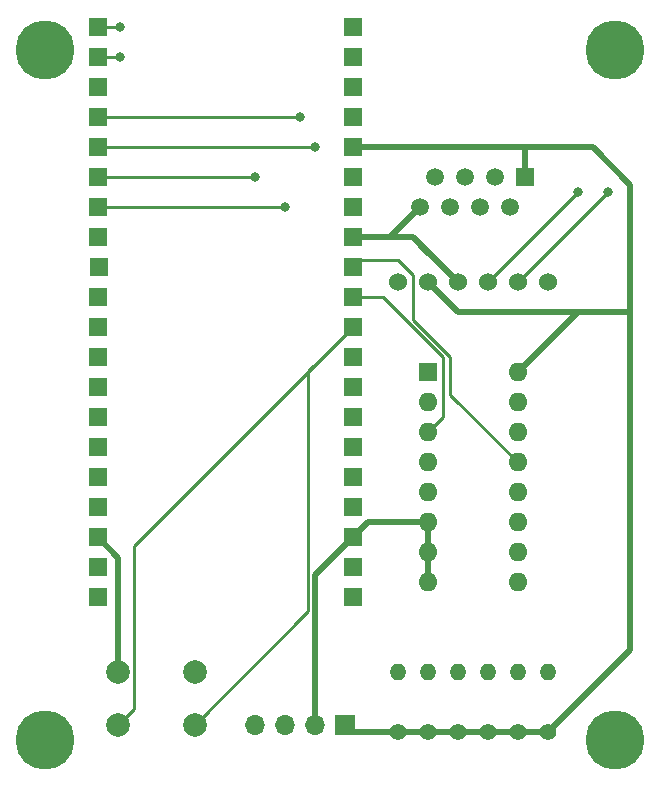
<source format=gbr>
%TF.GenerationSoftware,KiCad,Pcbnew,5.1.10-88a1d61d58~88~ubuntu18.04.1*%
%TF.CreationDate,2021-08-27T16:22:50+08:00*%
%TF.ProjectId,grip_strength,67726970-5f73-4747-9265-6e6774682e6b,rev?*%
%TF.SameCoordinates,Original*%
%TF.FileFunction,Copper,L1,Top*%
%TF.FilePolarity,Positive*%
%FSLAX46Y46*%
G04 Gerber Fmt 4.6, Leading zero omitted, Abs format (unit mm)*
G04 Created by KiCad (PCBNEW 5.1.10-88a1d61d58~88~ubuntu18.04.1) date 2021-08-27 16:22:50*
%MOMM*%
%LPD*%
G01*
G04 APERTURE LIST*
%TA.AperFunction,ComponentPad*%
%ADD10R,1.500000X1.500000*%
%TD*%
%TA.AperFunction,ComponentPad*%
%ADD11C,1.500000*%
%TD*%
%TA.AperFunction,SMDPad,CuDef*%
%ADD12R,1.524000X1.524000*%
%TD*%
%TA.AperFunction,ConnectorPad*%
%ADD13R,1.524000X1.524000*%
%TD*%
%TA.AperFunction,ComponentPad*%
%ADD14O,1.700000X1.700000*%
%TD*%
%TA.AperFunction,ComponentPad*%
%ADD15R,1.700000X1.700000*%
%TD*%
%TA.AperFunction,ComponentPad*%
%ADD16O,1.400000X1.400000*%
%TD*%
%TA.AperFunction,ComponentPad*%
%ADD17C,1.400000*%
%TD*%
%TA.AperFunction,ComponentPad*%
%ADD18C,1.524000*%
%TD*%
%TA.AperFunction,ComponentPad*%
%ADD19O,1.600000X1.600000*%
%TD*%
%TA.AperFunction,ComponentPad*%
%ADD20R,1.600000X1.600000*%
%TD*%
%TA.AperFunction,ComponentPad*%
%ADD21C,2.000000*%
%TD*%
%TA.AperFunction,ComponentPad*%
%ADD22C,5.000000*%
%TD*%
%TA.AperFunction,ViaPad*%
%ADD23C,0.800000*%
%TD*%
%TA.AperFunction,Conductor*%
%ADD24C,0.500000*%
%TD*%
%TA.AperFunction,Conductor*%
%ADD25C,0.250000*%
%TD*%
G04 APERTURE END LIST*
D10*
%TO.P,J1,1*%
%TO.N,VCC*%
X119380000Y-66675000D03*
D11*
%TO.P,J1,2*%
%TO.N,Net-(J1-Pad2)*%
X118110000Y-69215000D03*
%TO.P,J1,3*%
%TO.N,Net-(J1-Pad3)*%
X116840000Y-66675000D03*
%TO.P,J1,4*%
%TO.N,Net-(J1-Pad4)*%
X115570000Y-69215000D03*
%TO.P,J1,5*%
%TO.N,Net-(J1-Pad5)*%
X114300000Y-66675000D03*
%TO.P,J1,6*%
%TO.N,Net-(J1-Pad6)*%
X113030000Y-69215000D03*
%TO.P,J1,7*%
%TO.N,Net-(J1-Pad7)*%
X111760000Y-66675000D03*
%TO.P,J1,8*%
%TO.N,GNDREF*%
X110490000Y-69215000D03*
%TD*%
D12*
%TO.P,U1,40*%
%TO.N,Net-(U1-Pad40)*%
X104775000Y-53975000D03*
%TO.P,U1,39*%
%TO.N,Net-(U1-Pad39)*%
X104775000Y-56515000D03*
%TO.P,U1,38*%
%TO.N,GNDREF*%
X104775000Y-59055000D03*
%TO.P,U1,37*%
%TO.N,Net-(U1-Pad37)*%
X104775000Y-61595000D03*
%TO.P,U1,36*%
%TO.N,VCC*%
X104775000Y-64135000D03*
%TO.P,U1,35*%
%TO.N,Net-(U1-Pad35)*%
X104775000Y-66675000D03*
%TO.P,U1,34*%
%TO.N,Net-(U1-Pad34)*%
X104775000Y-69215000D03*
%TO.P,U1,33*%
%TO.N,GNDREF*%
X104775000Y-71755000D03*
%TO.P,U1,32*%
%TO.N,Net-(U1-Pad32)*%
X104775000Y-74295000D03*
%TO.P,U1,31*%
%TO.N,Net-(U1-Pad31)*%
X104775000Y-76835000D03*
D13*
%TO.P,U1,30*%
%TO.N,Net-(SW1-Pad1)*%
X104775000Y-79375000D03*
D12*
%TO.P,U1,29*%
%TO.N,Net-(U1-Pad29)*%
X104775000Y-81915000D03*
%TO.P,U1,28*%
%TO.N,GNDREF*%
X104775000Y-84455000D03*
%TO.P,U1,27*%
%TO.N,Net-(U1-Pad27)*%
X104775000Y-86995000D03*
%TO.P,U1,26*%
%TO.N,Net-(U1-Pad26)*%
X104775000Y-89535000D03*
%TO.P,U1,25*%
%TO.N,Net-(U1-Pad25)*%
X104775000Y-92075000D03*
%TO.P,U1,24*%
%TO.N,Net-(U1-Pad24)*%
X104775000Y-94615000D03*
%TO.P,U1,23*%
%TO.N,GNDREF*%
X104775000Y-97155000D03*
%TO.P,U1,22*%
%TO.N,Net-(U1-Pad22)*%
X104775000Y-99695000D03*
%TO.P,U1,21*%
%TO.N,Net-(U1-Pad21)*%
X104775000Y-102235000D03*
%TO.P,U1,20*%
%TO.N,Net-(U1-Pad20)*%
X83185000Y-102235000D03*
%TO.P,U1,19*%
%TO.N,Net-(U1-Pad19)*%
X83185000Y-99695000D03*
%TO.P,U1,18*%
%TO.N,GNDREF*%
X83185000Y-97155000D03*
%TO.P,U1,17*%
%TO.N,Net-(U1-Pad17)*%
X83185000Y-94615000D03*
%TO.P,U1,16*%
%TO.N,Net-(U1-Pad16)*%
X83185000Y-92075000D03*
%TO.P,U1,15*%
%TO.N,Net-(U1-Pad15)*%
X83185000Y-89535000D03*
%TO.P,U1,14*%
%TO.N,Net-(U1-Pad14)*%
X83185000Y-86995000D03*
%TO.P,U1,13*%
%TO.N,GNDREF*%
X83185000Y-84455000D03*
%TO.P,U1,12*%
%TO.N,Net-(U1-Pad12)*%
X83185000Y-81915000D03*
%TO.P,U1,11*%
%TO.N,Net-(U1-Pad11)*%
X83185000Y-79375000D03*
%TO.P,U1,10*%
%TO.N,Net-(U1-Pad10)*%
X83185000Y-76835000D03*
%TO.P,U1,9*%
%TO.N,Net-(U1-Pad9)*%
X83312000Y-74295000D03*
%TO.P,U1,8*%
%TO.N,Net-(U1-Pad8)*%
X83185000Y-71755000D03*
%TO.P,U1,7*%
%TO.N,Net-(U1-Pad7)*%
X83185000Y-69215000D03*
%TO.P,U1,6*%
%TO.N,Net-(U1-Pad6)*%
X83185000Y-66675000D03*
%TO.P,U1,5*%
%TO.N,Net-(U1-Pad5)*%
X83185000Y-64135000D03*
%TO.P,U1,4*%
%TO.N,Net-(U1-Pad4)*%
X83185000Y-61595000D03*
%TO.P,U1,3*%
%TO.N,GNDREF*%
X83185000Y-59055000D03*
%TO.P,U1,2*%
%TO.N,Net-(U1-Pad2)*%
X83185000Y-56515000D03*
%TO.P,U1,1*%
%TO.N,Net-(U1-Pad1)*%
X83185000Y-53975000D03*
%TD*%
D14*
%TO.P,U4,4*%
%TO.N,Net-(U1-Pad6)*%
X96520000Y-113030000D03*
%TO.P,U4,3*%
%TO.N,Net-(U1-Pad7)*%
X99060000Y-113030000D03*
%TO.P,U4,2*%
%TO.N,GNDREF*%
X101600000Y-113030000D03*
D15*
%TO.P,U4,1*%
%TO.N,VCC*%
X104140000Y-113030000D03*
%TD*%
D16*
%TO.P,R6,2*%
%TO.N,Net-(J1-Pad7)*%
X108585000Y-108585000D03*
D17*
%TO.P,R6,1*%
%TO.N,VCC*%
X108585000Y-113665000D03*
%TD*%
D18*
%TO.P,U2,6*%
%TO.N,Net-(U2-Pad6)*%
X108585000Y-75565000D03*
%TO.P,U2,5*%
%TO.N,VCC*%
X111125000Y-75565000D03*
%TO.P,U2,4*%
%TO.N,GNDREF*%
X113665000Y-75565000D03*
%TO.P,U2,3*%
%TO.N,Net-(U1-Pad2)*%
X116205000Y-75565000D03*
%TO.P,U2,2*%
%TO.N,Net-(U1-Pad1)*%
X118745000Y-75565000D03*
%TO.P,U2,1*%
%TO.N,Net-(U2-Pad1)*%
X121285000Y-75565000D03*
%TD*%
D19*
%TO.P,U3,16*%
%TO.N,VCC*%
X118745000Y-83185000D03*
%TO.P,U3,8*%
%TO.N,GNDREF*%
X111125000Y-100965000D03*
%TO.P,U3,15*%
%TO.N,Net-(J1-Pad4)*%
X118745000Y-85725000D03*
%TO.P,U3,7*%
%TO.N,GNDREF*%
X111125000Y-98425000D03*
%TO.P,U3,14*%
%TO.N,Net-(J1-Pad3)*%
X118745000Y-88265000D03*
%TO.P,U3,6*%
%TO.N,GNDREF*%
X111125000Y-95885000D03*
%TO.P,U3,13*%
%TO.N,Net-(U1-Pad32)*%
X118745000Y-90805000D03*
%TO.P,U3,5*%
%TO.N,Net-(J1-Pad6)*%
X111125000Y-93345000D03*
%TO.P,U3,12*%
%TO.N,Net-(J1-Pad2)*%
X118745000Y-93345000D03*
%TO.P,U3,4*%
%TO.N,Net-(U3-Pad4)*%
X111125000Y-90805000D03*
%TO.P,U3,11*%
%TO.N,Net-(U3-Pad11)*%
X118745000Y-95885000D03*
%TO.P,U3,3*%
%TO.N,Net-(U1-Pad31)*%
X111125000Y-88265000D03*
%TO.P,U3,10*%
%TO.N,Net-(U1-Pad4)*%
X118745000Y-98425000D03*
%TO.P,U3,2*%
%TO.N,Net-(J1-Pad7)*%
X111125000Y-85725000D03*
%TO.P,U3,9*%
%TO.N,Net-(U1-Pad5)*%
X118745000Y-100965000D03*
D20*
%TO.P,U3,1*%
%TO.N,Net-(J1-Pad5)*%
X111125000Y-83185000D03*
%TD*%
D21*
%TO.P,SW1,2*%
%TO.N,GNDREF*%
X91440000Y-108530000D03*
%TO.P,SW1,1*%
%TO.N,Net-(SW1-Pad1)*%
X91440000Y-113030000D03*
%TO.P,SW1,2*%
%TO.N,GNDREF*%
X84940000Y-108530000D03*
%TO.P,SW1,1*%
%TO.N,Net-(SW1-Pad1)*%
X84940000Y-113030000D03*
%TD*%
D22*
%TO.P,H1,1*%
%TO.N,N/C*%
X78740000Y-55880000D03*
%TD*%
%TO.P,H2,1*%
%TO.N,N/C*%
X127000000Y-55880000D03*
%TD*%
%TO.P,H3,1*%
%TO.N,N/C*%
X78740000Y-114300000D03*
%TD*%
%TO.P,H4,1*%
%TO.N,N/C*%
X127000000Y-114300000D03*
%TD*%
D17*
%TO.P,R1,1*%
%TO.N,VCC*%
X121285000Y-113665000D03*
D16*
%TO.P,R1,2*%
%TO.N,Net-(J1-Pad2)*%
X121285000Y-108585000D03*
%TD*%
%TO.P,R2,2*%
%TO.N,Net-(J1-Pad3)*%
X118745000Y-108585000D03*
D17*
%TO.P,R2,1*%
%TO.N,VCC*%
X118745000Y-113665000D03*
%TD*%
%TO.P,R3,1*%
%TO.N,VCC*%
X116205000Y-113665000D03*
D16*
%TO.P,R3,2*%
%TO.N,Net-(J1-Pad4)*%
X116205000Y-108585000D03*
%TD*%
D17*
%TO.P,R4,1*%
%TO.N,VCC*%
X113665000Y-113665000D03*
D16*
%TO.P,R4,2*%
%TO.N,Net-(J1-Pad5)*%
X113665000Y-108585000D03*
%TD*%
%TO.P,R5,2*%
%TO.N,Net-(J1-Pad6)*%
X111125000Y-108585000D03*
D17*
%TO.P,R5,1*%
%TO.N,VCC*%
X111125000Y-113665000D03*
%TD*%
D23*
%TO.N,Net-(U1-Pad1)*%
X85090000Y-53975000D03*
X126365000Y-67945000D03*
%TO.N,Net-(U1-Pad2)*%
X85090000Y-56515000D03*
X123825000Y-67945000D03*
%TO.N,Net-(U1-Pad4)*%
X100330000Y-61595000D03*
%TO.N,Net-(U1-Pad5)*%
X101600705Y-64135705D03*
%TO.N,Net-(U1-Pad6)*%
X96520000Y-66675000D03*
%TO.N,Net-(U1-Pad7)*%
X99060000Y-69215000D03*
%TD*%
D24*
%TO.N,VCC*%
X108585000Y-113665000D02*
X121285000Y-113665000D01*
X123190000Y-111760000D02*
X121285000Y-113665000D01*
X104775000Y-113665000D02*
X104140000Y-113030000D01*
X108585000Y-113665000D02*
X104775000Y-113665000D01*
X128270000Y-106680000D02*
X123507500Y-111442500D01*
X123190000Y-111760000D02*
X123507500Y-111442500D01*
X123507500Y-111442500D02*
X125095000Y-109855000D01*
X113665000Y-78105000D02*
X120538762Y-78105000D01*
X128270000Y-75565000D02*
X128270000Y-78105000D01*
X111125000Y-75565000D02*
X113665000Y-78105000D01*
X128270000Y-78105000D02*
X128270000Y-83185000D01*
X116205000Y-64135000D02*
X116840000Y-64135000D01*
X104775000Y-64135000D02*
X116205000Y-64135000D01*
X128270000Y-83185000D02*
X128270000Y-93980000D01*
X128270000Y-93980000D02*
X128270000Y-106680000D01*
X128270000Y-67310000D02*
X128270000Y-93980000D01*
X125095000Y-64135000D02*
X128270000Y-67310000D01*
X118745000Y-83185000D02*
X123825000Y-78105000D01*
X120538762Y-78105000D02*
X123825000Y-78105000D01*
X123825000Y-78105000D02*
X128270000Y-78105000D01*
X119380000Y-66675000D02*
X119380000Y-64135000D01*
X116205000Y-64135000D02*
X119380000Y-64135000D01*
X119380000Y-64135000D02*
X125095000Y-64135000D01*
D25*
%TO.N,Net-(SW1-Pad1)*%
X86265001Y-97884999D02*
X104775000Y-79375000D01*
X86265001Y-111704999D02*
X86265001Y-97884999D01*
X84940000Y-113030000D02*
X86265001Y-111704999D01*
X101024992Y-103445008D02*
X101024992Y-83125008D01*
X101024992Y-83125008D02*
X104775000Y-79375000D01*
X91440000Y-113030000D02*
X101024992Y-103445008D01*
%TO.N,Net-(U1-Pad1)*%
X83185000Y-53975000D02*
X85090000Y-53975000D01*
X85090000Y-53975000D02*
X85090000Y-53975000D01*
X85090000Y-53975000D02*
X85090000Y-53975000D01*
X118745000Y-75565000D02*
X126365000Y-67945000D01*
X126365000Y-67945000D02*
X126365000Y-67945000D01*
%TO.N,Net-(U1-Pad2)*%
X83185000Y-56515000D02*
X85090000Y-56515000D01*
X85090000Y-56515000D02*
X85090000Y-56515000D01*
X85090000Y-56515000D02*
X85090000Y-56515000D01*
X116205000Y-75565000D02*
X123825000Y-67945000D01*
X123825000Y-67945000D02*
X123825000Y-67945000D01*
%TO.N,Net-(U1-Pad4)*%
X100330000Y-61595000D02*
X90170000Y-61595000D01*
X83185000Y-61595000D02*
X90170000Y-61595000D01*
X90170000Y-61595000D02*
X98425000Y-61595000D01*
%TO.N,Net-(U1-Pad5)*%
X83185000Y-64135000D02*
X99695000Y-64135000D01*
X99695705Y-64135705D02*
X99695000Y-64135000D01*
X100965705Y-64135705D02*
X99695705Y-64135705D01*
X100965705Y-64135705D02*
X101600705Y-64135705D01*
%TO.N,Net-(U1-Pad6)*%
X96520000Y-66675000D02*
X95250000Y-66675000D01*
X83185000Y-66675000D02*
X95250000Y-66675000D01*
X95250000Y-66675000D02*
X95885000Y-66675000D01*
%TO.N,Net-(U1-Pad7)*%
X83185000Y-69215000D02*
X97155000Y-69215000D01*
X97155000Y-69215000D02*
X99060000Y-69215000D01*
%TO.N,Net-(U1-Pad32)*%
X104775000Y-74295000D02*
X105410000Y-73660000D01*
X107950000Y-73660000D02*
X107950000Y-73660000D01*
X108585000Y-73660000D02*
X109855000Y-74930000D01*
X107315000Y-73660000D02*
X107950000Y-73660000D01*
X107315000Y-73660000D02*
X108585000Y-73660000D01*
X105410000Y-73660000D02*
X107315000Y-73660000D01*
X109855000Y-78738590D02*
X113030000Y-81913590D01*
X109855000Y-74930000D02*
X109855000Y-78738590D01*
X113030000Y-85090000D02*
X118745000Y-90805000D01*
X113030000Y-81913590D02*
X113030000Y-85090000D01*
D24*
%TO.N,GNDREF*%
X111125000Y-95885000D02*
X111125000Y-100965000D01*
X106045000Y-95885000D02*
X104775000Y-97155000D01*
X111125000Y-95885000D02*
X106045000Y-95885000D01*
X84940000Y-98910000D02*
X84940000Y-108530000D01*
X83185000Y-97155000D02*
X84940000Y-98910000D01*
X110490000Y-72390000D02*
X113665000Y-75565000D01*
X109855000Y-71755000D02*
X113665000Y-75565000D01*
X107950000Y-71755000D02*
X109855000Y-71755000D01*
X104775000Y-71755000D02*
X107950000Y-71755000D01*
X107950000Y-71755000D02*
X110490000Y-69215000D01*
X101600000Y-100330000D02*
X101600000Y-113030000D01*
X104775000Y-97155000D02*
X101600000Y-100330000D01*
D25*
%TO.N,Net-(U1-Pad31)*%
X111760000Y-87630000D02*
X111125000Y-88265000D01*
X112395000Y-81915000D02*
X112395000Y-86995000D01*
X107315000Y-76835000D02*
X112395000Y-81915000D01*
X112395000Y-86995000D02*
X111760000Y-87630000D01*
X104775000Y-76835000D02*
X107315000Y-76835000D01*
%TD*%
M02*

</source>
